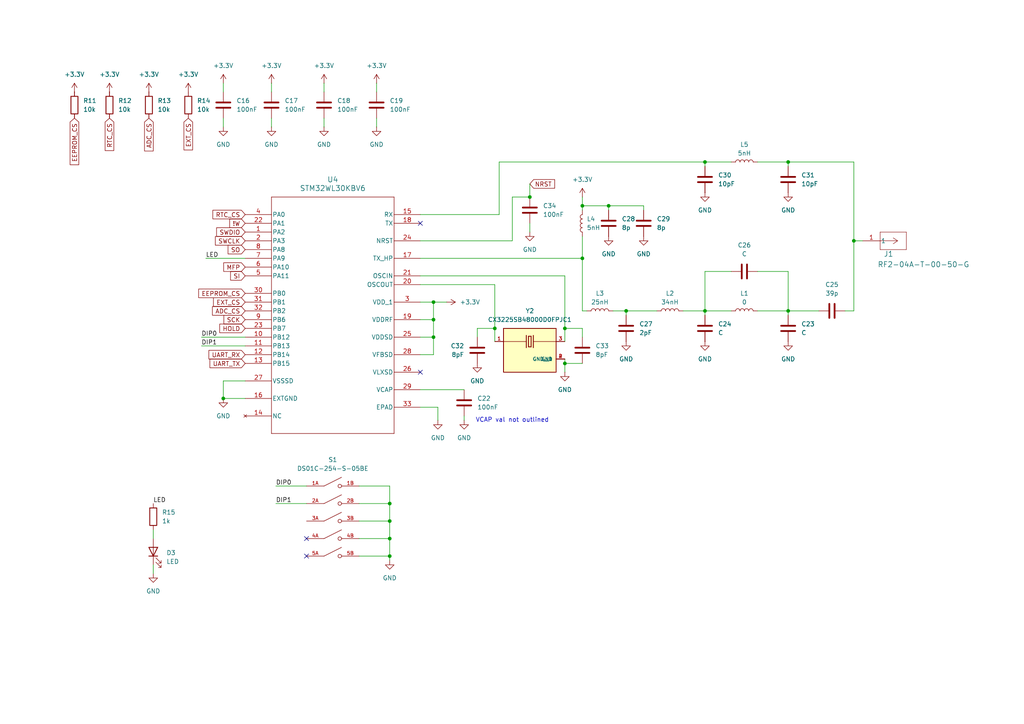
<source format=kicad_sch>
(kicad_sch (version 20250114) (generator "eeschema") (generator_version "9.0")
  (paper "A4")
  (lib_symbols
    (symbol "CX3225SB48000D0FPJC1:CX3225SB48000D0FPJC1" (pin_names (offset 1.016))
      (property "Reference" "Y" (at -7.6372 7.6315 0))
      (property "Value" "CX3225SB48000D0FPJC1" (at -7.6305 -8.8987 0))
      (symbol "CX3225SB48000D0FPJC1_0_0"
        (rectangle (start -7.62 -6.35) (end 7.62 6.35) (stroke (width 0.254)) (fill (type background)))
        (polyline (pts (xy -1.016 4.318) (xy -1.016 0.762)) (stroke (width 0.254)))
        (polyline (pts (xy -1.016 2.54) (xy -7.62 2.54)) (stroke (width 0.1524)))
        (polyline (pts (xy -0.381 4.064) (xy -0.381 1.016)) (stroke (width 0.254)))
        (polyline (pts (xy -0.381 1.016) (xy 0.381 1.016)) (stroke (width 0.254)))
        (polyline (pts (xy 0.381 4.064) (xy -0.381 4.064)) (stroke (width 0.254)))
        (polyline (pts (xy 0.381 1.016) (xy 0.381 4.064)) (stroke (width 0.254)))
        (polyline (pts (xy 1.016 4.318) (xy 1.016 0.762)) (stroke (width 0.254)))
        (polyline (pts (xy 1.016 2.54) (xy 7.62 2.54)) (stroke (width 0.1524)))
        (pin passive line (at -10.16 2.54 0) (length 2.54) (name "~") (number "1"))
        (pin passive line (at 10.16 2.54 180) (length 2.54) (name "~") (number "3"))
        (pin power_in line (at 10.16 -2.54 180) (length 2.54) (name "GND") (number "2"))
        (pin power_in line (at 10.16 -2.54 180) (length 2.54) (name "GND__1") (number "4"))
      )
    )
    (symbol "DS01C-254-S-05BE:DS01C-254-S-05BE" (pin_names (offset 1.016))
      (property "Reference" "S" (at -5.08 15.24 0))
      (property "Value" "DS01C-254-S-05BE" (at -5.08 -15.24 0))
      (symbol "DS01C-254-S-05BE_0_0"
        (polyline (pts (xy -2.54 10.16) (xy 2.54 12.7)) (stroke (width 0.1524)))
        (polyline (pts (xy -2.54 5.08) (xy 2.54 7.62)) (stroke (width 0.1524)))
        (polyline (pts (xy -2.54 0) (xy 2.54 2.54)) (stroke (width 0.1524)))
        (polyline (pts (xy -2.54 -5.08) (xy 2.54 -2.54)) (stroke (width 0.1524)))
        (polyline (pts (xy -2.54 -10.16) (xy 2.54 -7.62)) (stroke (width 0.1524)))
        (circle (center 2.032 10.16) (radius 0.508) (stroke (width 0.1524)))
        (circle (center 2.032 5.08) (radius 0.508) (stroke (width 0.1524)))
        (circle (center 2.032 0) (radius 0.508) (stroke (width 0.1524)))
        (circle (center 2.032 -5.08) (radius 0.508) (stroke (width 0.1524)))
        (circle (center 2.032 -10.16) (radius 0.508) (stroke (width 0.1524)))
        (pin passive line (at -7.62 10.16 0) (length 5.08) (name "~") (number "1A"))
        (pin passive line (at -7.62 5.08 0) (length 5.08) (name "~") (number "2A"))
        (pin passive line (at -7.62 0 0) (length 5.08) (name "~") (number "3A"))
        (pin passive line (at -7.62 -5.08 0) (length 5.08) (name "~") (number "4A"))
        (pin passive line (at -7.62 -10.16 0) (length 5.08) (name "~") (number "5A"))
        (pin passive line (at 7.62 10.16 180) (length 5.08) (name "~") (number "1B"))
        (pin passive line (at 7.62 5.08 180) (length 5.08) (name "~") (number "2B"))
        (pin passive line (at 7.62 0 180) (length 5.08) (name "~") (number "3B"))
        (pin passive line (at 7.62 -5.08 180) (length 5.08) (name "~") (number "4B"))
        (pin passive line (at 7.62 -10.16 180) (length 5.08) (name "~") (number "5B"))
      )
    )
    (symbol "Device:C" (pin_numbers (hide yes)) (pin_names (offset 0.254))
      (property "Reference" "C" (at 0.635 2.54 0))
      (property "Value" "C" (at 0.635 -2.54 0))
      (symbol "C_0_1"
        (polyline (pts (xy -2.032 0.762) (xy 2.032 0.762)) (stroke (width 0.508)))
        (polyline (pts (xy -2.032 -0.762) (xy 2.032 -0.762)) (stroke (width 0.508)))
      )
      (symbol "C_1_1"
        (pin passive line (at 0 3.81 270) (length 2.794) (name "~") (number "1"))
        (pin passive line (at 0 -3.81 90) (length 2.794) (name "~") (number "2"))
      )
    )
    (symbol "Device:L" (pin_numbers (hide yes)) (pin_names (offset 1.016) (hide yes))
      (property "Reference" "L" (at -1.27 0 90))
      (property "Value" "L" (at 1.905 0 90))
      (symbol "L_0_1"
        (arc (start 0 2.54) (mid 0.6323 1.905) (end 0 1.27))
        (arc (start 0 1.27) (mid 0.6323 0.635) (end 0 0))
        (arc (start 0 0) (mid 0.6323 -0.635) (end 0 -1.27))
        (arc (start 0 -1.27) (mid 0.6323 -1.905) (end 0 -2.54))
      )
      (symbol "L_1_1"
        (pin passive line (at 0 3.81 270) (length 1.27) (name "1") (number "1"))
        (pin passive line (at 0 -3.81 90) (length 1.27) (name "2") (number "2"))
      )
    )
    (symbol "Device:LED" (pin_numbers (hide yes)) (pin_names (offset 1.016) (hide yes))
      (property "Reference" "D" (at 0 2.54 0))
      (property "Value" "LED" (at 0 -2.54 0))
      (symbol "LED_0_1"
        (polyline (pts (xy -3.048 -0.762) (xy -4.572 -2.286) (xy -3.81 -2.286) (xy -4.572 -2.286) (xy -4.572 -1.524)))
        (polyline (pts (xy -1.778 -0.762) (xy -3.302 -2.286) (xy -2.54 -2.286) (xy -3.302 -2.286) (xy -3.302 -1.524)))
        (polyline (pts (xy -1.27 0) (xy 1.27 0)))
        (polyline (pts (xy -1.27 -1.27) (xy -1.27 1.27)) (stroke (width 0.254)))
        (polyline (pts (xy 1.27 -1.27) (xy 1.27 1.27) (xy -1.27 0) (xy 1.27 -1.27)) (stroke (width 0.254)))
      )
      (symbol "LED_1_1"
        (pin passive line (at -3.81 0 0) (length 2.54) (name "K") (number "1"))
        (pin passive line (at 3.81 0 180) (length 2.54) (name "A") (number "2"))
      )
    )
    (symbol "Device:R" (pin_numbers (hide yes)) (pin_names (offset 0))
      (property "Reference" "R" (at 2.032 0 90))
      (property "Value" "R" (at 0 0 90))
      (symbol "R_0_1"
        (rectangle (start -1.016 -2.54) (end 1.016 2.54) (stroke (width 0.254)))
      )
      (symbol "R_1_1"
        (pin passive line (at 0 3.81 270) (length 1.27) (name "~") (number "1"))
        (pin passive line (at 0 -3.81 90) (length 1.27) (name "~") (number "2"))
      )
    )
    (symbol "RF2_04A_T_00_50_G:RF2-04A-T-00-50-G" (pin_names (offset 0.254))
      (property "Reference" "J" (at 8.89 6.35 0))
      (property "Value" "RF2-04A-T-00-50-G" (at 0 0 0))
      (symbol "RF2-04A-T-00-50-G_1_1"
        (polyline (pts (xy 5.08 2.54) (xy 5.08 -2.54)) (stroke (width 0.127)))
        (polyline (pts (xy 5.08 -2.54) (xy 12.7 -2.54)) (stroke (width 0.127)))
        (polyline (pts (xy 10.16 0) (xy 5.08 0)) (stroke (width 0.127)))
        (polyline (pts (xy 10.16 0) (xy 8.89 0.8467)) (stroke (width 0.127)))
        (polyline (pts (xy 10.16 0) (xy 8.89 -0.8467)) (stroke (width 0.127)))
        (polyline (pts (xy 12.7 2.54) (xy 5.08 2.54)) (stroke (width 0.127)))
        (polyline (pts (xy 12.7 -2.54) (xy 12.7 2.54)) (stroke (width 0.127)))
        (pin unspecified line (at 0 0 0) (length 5.08) (name "1") (number "1"))
      )
      (symbol "RF2-04A-T-00-50-G_1_2"
        (polyline (pts (xy 5.08 2.54) (xy 5.08 -2.54)) (stroke (width 0.127)))
        (polyline (pts (xy 5.08 -2.54) (xy 12.7 -2.54)) (stroke (width 0.127)))
        (polyline (pts (xy 7.62 0) (xy 5.08 0)) (stroke (width 0.127)))
        (polyline (pts (xy 7.62 0) (xy 8.89 0.8467)) (stroke (width 0.127)))
        (polyline (pts (xy 7.62 0) (xy 8.89 -0.8467)) (stroke (width 0.127)))
        (polyline (pts (xy 12.7 2.54) (xy 5.08 2.54)) (stroke (width 0.127)))
        (polyline (pts (xy 12.7 -2.54) (xy 12.7 2.54)) (stroke (width 0.127)))
        (pin unspecified line (at 0 0 0) (length 5.08) (name "1") (number "1"))
      )
    )
    (symbol "STM32WL30KBV6:STM32WL30KBV6" (pin_names (offset 0.254))
      (property "Reference" "U" (at 25.4 10.16 0))
      (property "Value" "STM32WL30KBV6" (at 25.4 7.62 0))
      (symbol "STM32WL30KBV6_0_1"
        (polyline (pts (xy 7.62 5.08) (xy 7.62 -63.5)))
        (polyline (pts (xy 7.62 -63.5) (xy 43.18 -63.5)))
        (polyline (pts (xy 43.18 5.08) (xy 7.62 5.08)))
        (polyline (pts (xy 43.18 -63.5) (xy 43.18 5.08)))
        (pin bidirectional line (at 0 0 0) (length 7.62) (name "PA0") (number "4"))
        (pin bidirectional line (at 0 -2.54 0) (length 7.62) (name "PA1") (number "22"))
        (pin bidirectional line (at 0 -5.08 0) (length 7.62) (name "PA2") (number "1"))
        (pin bidirectional line (at 0 -7.62 0) (length 7.62) (name "PA3") (number "2"))
        (pin bidirectional line (at 0 -10.16 0) (length 7.62) (name "PA8") (number "8"))
        (pin bidirectional line (at 0 -12.7 0) (length 7.62) (name "PA9") (number "7"))
        (pin bidirectional line (at 0 -15.24 0) (length 7.62) (name "PA10") (number "6"))
        (pin bidirectional line (at 0 -17.78 0) (length 7.62) (name "PA11") (number "5"))
        (pin bidirectional line (at 0 -22.86 0) (length 7.62) (name "PB0") (number "30"))
        (pin bidirectional line (at 0 -25.4 0) (length 7.62) (name "PB1") (number "31"))
        (pin bidirectional line (at 0 -27.94 0) (length 7.62) (name "PB2") (number "32"))
        (pin bidirectional line (at 0 -30.48 0) (length 7.62) (name "PB6") (number "9"))
        (pin bidirectional line (at 0 -33.02 0) (length 7.62) (name "PB7") (number "23"))
        (pin bidirectional line (at 0 -35.56 0) (length 7.62) (name "PB12") (number "10"))
        (pin bidirectional line (at 0 -38.1 0) (length 7.62) (name "PB13") (number "11"))
        (pin bidirectional line (at 0 -40.64 0) (length 7.62) (name "PB14") (number "12"))
        (pin bidirectional line (at 0 -43.18 0) (length 7.62) (name "PB15") (number "13"))
        (pin power_in line (at 0 -48.26 0) (length 7.62) (name "VSSSD") (number "27"))
        (pin power_in line (at 0 -53.34 0) (length 7.62) (name "EXTGND") (number "16"))
        (pin no_connect line (at 0 -58.42 0) (length 7.62) (name "NC") (number "14"))
        (pin unspecified line (at 50.8 0 180) (length 7.62) (name "RX") (number "15"))
        (pin unspecified line (at 50.8 -2.54 180) (length 7.62) (name "TX") (number "18"))
        (pin bidirectional line (at 50.8 -7.62 180) (length 7.62) (name "NRST") (number "24"))
        (pin unspecified line (at 50.8 -12.7 180) (length 7.62) (name "TX_HP") (number "17"))
        (pin input line (at 50.8 -17.78 180) (length 7.62) (name "OSCIN") (number "21"))
        (pin output line (at 50.8 -20.32 180) (length 7.62) (name "OSCOUT") (number "20"))
        (pin power_in line (at 50.8 -25.4 180) (length 7.62) (name "VDD_1") (number "3"))
        (pin power_in line (at 50.8 -30.48 180) (length 7.62) (name "VDDRF") (number "19"))
        (pin power_in line (at 50.8 -35.56 180) (length 7.62) (name "VDDSD") (number "25"))
        (pin power_in line (at 50.8 -40.64 180) (length 7.62) (name "VFBSD") (number "28"))
        (pin power_in line (at 50.8 -45.72 180) (length 7.62) (name "VLXSD") (number "26"))
        (pin power_in line (at 50.8 -50.8 180) (length 7.62) (name "VCAP") (number "29"))
        (pin unspecified line (at 50.8 -55.88 180) (length 7.62) (name "EPAD") (number "33"))
      )
    )
    (symbol "power:+3.3V" (power) (pin_numbers (hide yes)) (pin_names (offset 0) (hide yes))
      (property "Value" "+3.3V" (at 0 3.556 0))
      (symbol "+3.3V_0_1"
        (polyline (pts (xy -0.762 1.27) (xy 0 2.54)))
        (polyline (pts (xy 0 2.54) (xy 0.762 1.27)))
        (polyline (pts (xy 0 0) (xy 0 2.54)))
      )
      (symbol "+3.3V_1_1"
        (pin power_in line (at 0 0 90) (length 0) (name "~") (number "1"))
      )
    )
    (symbol "power:GND" (power) (pin_numbers (hide yes)) (pin_names (offset 0) (hide yes))
      (property "Value" "GND" (at 0 -3.81 0))
      (symbol "GND_0_1"
        (polyline (pts (xy 0 0) (xy 0 -1.27) (xy 1.27 -1.27) (xy 0 -2.54) (xy -1.27 -1.27) (xy 0 -1.27)))
      )
      (symbol "GND_1_1"
        (pin power_in line (at 0 0 270) (length 0) (name "~") (number "1"))
      )
    )
  )
  (text "VCAP val not outlined" (at 148.59 121.92 0) (effects (font (size 1.27 1.27))))
  (junction (at 247.65 69.85))
  (junction (at 168.91 59.69))
  (junction (at 113.03 156.21))
  (junction (at 153.67 57.15))
  (junction (at 163.83 105.41))
  (junction (at 125.73 92.71))
  (junction (at 228.6 90.17))
  (junction (at 181.61 90.17))
  (junction (at 113.03 151.13))
  (junction (at 125.73 87.63))
  (junction (at 113.03 146.05))
  (junction (at 64.77 115.57))
  (junction (at 143.51 95.25))
  (junction (at 168.91 74.93))
  (junction (at 228.6 46.99))
  (junction (at 113.03 161.29))
  (junction (at 163.83 95.25))
  (junction (at 204.47 90.17))
  (junction (at 176.53 59.69))
  (junction (at 125.73 97.79))
  (junction (at 204.47 46.99))
  (no_connect (at 88.9 156.21))
  (no_connect (at 121.92 107.95))
  (no_connect (at 121.92 64.77))
  (no_connect (at 88.9 161.29))
  (wire (pts (xy 109.22 24.13) (xy 109.22 26.67)))
  (wire (pts (xy 204.47 90.17) (xy 212.09 90.17)))
  (wire (pts (xy 121.92 118.11) (xy 127 118.11)))
  (wire (pts (xy 168.91 90.17) (xy 170.18 90.17)))
  (wire (pts (xy 125.73 102.87) (xy 121.92 102.87)))
  (wire (pts (xy 153.67 64.77) (xy 153.67 67.31)))
  (wire (pts (xy 58.42 97.79) (xy 71.12 97.79)))
  (wire (pts (xy 176.53 60.96) (xy 176.53 59.69)))
  (wire (pts (xy 153.67 53.34) (xy 153.67 57.15)))
  (wire (pts (xy 138.43 97.79) (xy 138.43 95.25)))
  (wire (pts (xy 104.14 151.13) (xy 113.03 151.13)))
  (wire (pts (xy 204.47 90.17) (xy 204.47 91.44)))
  (wire (pts (xy 168.91 90.17) (xy 168.91 74.93)))
  (wire (pts (xy 247.65 69.85) (xy 247.65 46.99)))
  (wire (pts (xy 44.45 153.67) (xy 44.45 156.21)))
  (wire (pts (xy 93.98 34.29) (xy 93.98 36.83)))
  (wire (pts (xy 121.92 113.03) (xy 134.62 113.03)))
  (wire (pts (xy 163.83 80.01) (xy 163.83 95.25)))
  (wire (pts (xy 143.51 95.25) (xy 143.51 82.55)))
  (wire (pts (xy 138.43 95.25) (xy 143.51 95.25)))
  (wire (pts (xy 148.59 57.15) (xy 148.59 69.85)))
  (wire (pts (xy 143.51 99.06) (xy 143.51 95.25)))
  (wire (pts (xy 127 118.11) (xy 127 121.92)))
  (wire (pts (xy 228.6 90.17) (xy 237.49 90.17)))
  (wire (pts (xy 148.59 57.15) (xy 153.67 57.15)))
  (wire (pts (xy 93.98 24.13) (xy 93.98 26.67)))
  (wire (pts (xy 64.77 24.13) (xy 64.77 26.67)))
  (wire (pts (xy 134.62 120.65) (xy 134.62 121.92)))
  (wire (pts (xy 78.74 24.13) (xy 78.74 26.67)))
  (wire (pts (xy 247.65 90.17) (xy 247.65 69.85)))
  (wire (pts (xy 148.59 69.85) (xy 121.92 69.85)))
  (wire (pts (xy 168.91 57.15) (xy 168.91 59.69)))
  (wire (pts (xy 64.77 34.29) (xy 64.77 36.83)))
  (wire (pts (xy 168.91 97.79) (xy 168.91 95.25)))
  (wire (pts (xy 113.03 146.05) (xy 113.03 151.13)))
  (wire (pts (xy 113.03 156.21) (xy 104.14 156.21)))
  (wire (pts (xy 59.69 74.93) (xy 71.12 74.93)))
  (wire (pts (xy 109.22 34.29) (xy 109.22 36.83)))
  (wire (pts (xy 190.5 90.17) (xy 181.61 90.17)))
  (wire (pts (xy 113.03 161.29) (xy 113.03 162.56)))
  (wire (pts (xy 113.03 140.97) (xy 113.03 146.05)))
  (wire (pts (xy 125.73 97.79) (xy 125.73 102.87)))
  (wire (pts (xy 212.09 78.74) (xy 204.47 78.74)))
  (wire (pts (xy 125.73 97.79) (xy 121.92 97.79)))
  (wire (pts (xy 228.6 46.99) (xy 228.6 48.26)))
  (wire (pts (xy 247.65 69.85) (xy 250.19 69.85)))
  (wire (pts (xy 204.47 46.99) (xy 212.09 46.99)))
  (wire (pts (xy 168.91 59.69) (xy 176.53 59.69)))
  (wire (pts (xy 71.12 110.49) (xy 64.77 110.49)))
  (wire (pts (xy 168.91 74.93) (xy 121.92 74.93)))
  (wire (pts (xy 104.14 140.97) (xy 113.03 140.97)))
  (wire (pts (xy 163.83 105.41) (xy 163.83 104.14)))
  (wire (pts (xy 144.78 62.23) (xy 144.78 46.99)))
  (wire (pts (xy 121.92 87.63) (xy 125.73 87.63)))
  (wire (pts (xy 64.77 115.57) (xy 71.12 115.57)))
  (wire (pts (xy 163.83 80.01) (xy 121.92 80.01)))
  (wire (pts (xy 121.92 62.23) (xy 144.78 62.23)))
  (wire (pts (xy 204.47 78.74) (xy 204.47 90.17)))
  (wire (pts (xy 228.6 78.74) (xy 228.6 90.17)))
  (wire (pts (xy 168.91 68.58) (xy 168.91 74.93)))
  (wire (pts (xy 44.45 166.37) (xy 44.45 163.83)))
  (wire (pts (xy 198.12 90.17) (xy 204.47 90.17)))
  (wire (pts (xy 58.42 100.33) (xy 71.12 100.33)))
  (wire (pts (xy 144.78 46.99) (xy 204.47 46.99)))
  (wire (pts (xy 168.91 95.25) (xy 163.83 95.25)))
  (wire (pts (xy 163.83 107.95) (xy 163.83 105.41)))
  (wire (pts (xy 113.03 161.29) (xy 113.03 156.21)))
  (wire (pts (xy 186.69 59.69) (xy 176.53 59.69)))
  (wire (pts (xy 125.73 92.71) (xy 125.73 97.79)))
  (wire (pts (xy 125.73 87.63) (xy 129.54 87.63)))
  (wire (pts (xy 219.71 90.17) (xy 228.6 90.17)))
  (wire (pts (xy 113.03 151.13) (xy 113.03 156.21)))
  (wire (pts (xy 219.71 46.99) (xy 228.6 46.99)))
  (wire (pts (xy 186.69 60.96) (xy 186.69 59.69)))
  (wire (pts (xy 247.65 46.99) (xy 228.6 46.99)))
  (wire (pts (xy 143.51 82.55) (xy 121.92 82.55)))
  (wire (pts (xy 121.92 92.71) (xy 125.73 92.71)))
  (wire (pts (xy 80.01 146.05) (xy 88.9 146.05)))
  (wire (pts (xy 64.77 110.49) (xy 64.77 115.57)))
  (wire (pts (xy 80.01 140.97) (xy 88.9 140.97)))
  (wire (pts (xy 204.47 46.99) (xy 204.47 48.26)))
  (wire (pts (xy 177.8 90.17) (xy 181.61 90.17)))
  (wire (pts (xy 245.11 90.17) (xy 247.65 90.17)))
  (wire (pts (xy 125.73 92.71) (xy 125.73 87.63)))
  (wire (pts (xy 181.61 90.17) (xy 181.61 91.44)))
  (wire (pts (xy 219.71 78.74) (xy 228.6 78.74)))
  (wire (pts (xy 168.91 59.69) (xy 168.91 60.96)))
  (wire (pts (xy 104.14 146.05) (xy 113.03 146.05)))
  (wire (pts (xy 104.14 161.29) (xy 113.03 161.29)))
  (wire (pts (xy 163.83 99.06) (xy 163.83 95.25)))
  (wire (pts (xy 78.74 34.29) (xy 78.74 36.83)))
  (wire (pts (xy 228.6 90.17) (xy 228.6 91.44)))
  (wire (pts (xy 163.83 105.41) (xy 168.91 105.41)))
  (label "LED" (at 59.69 74.93 0))
  (label "DIP1" (at 80.01 146.05 0))
  (label "DIP0" (at 58.42 97.79 0))
  (label "DIP0" (at 80.01 140.97 0))
  (label "DIP1" (at 58.42 100.33 0))
  (label "LED" (at 44.45 146.05 0))
  (global_label "SO" (shape input) (at 71.12 72.39 180) (property "Intersheetrefs" "${INTERSHEET_REFS}" (effects (hide yes))))
  (global_label "EEPROM_CS" (shape input) (at 21.59 34.29 270) (property "Intersheetrefs" "${INTERSHEET_REFS}" (effects (hide yes))))
  (global_label "UART_RX" (shape input) (at 71.12 102.87 180) (property "Intersheetrefs" "${INTERSHEET_REFS}" (effects (hide yes))))
  (global_label "SWCLK" (shape input) (at 71.12 69.85 180) (property "Intersheetrefs" "${INTERSHEET_REFS}" (effects (hide yes))))
  (global_label "ADC_CS" (shape input) (at 43.18 34.29 270) (property "Intersheetrefs" "${INTERSHEET_REFS}" (effects (hide yes))))
  (global_label "EXT_CS" (shape input) (at 54.61 34.29 270) (property "Intersheetrefs" "${INTERSHEET_REFS}" (effects (hide yes))))
  (global_label "HOLD" (shape input) (at 71.12 95.25 180) (property "Intersheetrefs" "${INTERSHEET_REFS}" (effects (hide yes))))
  (global_label "MFP" (shape input) (at 71.12 77.47 180) (property "Intersheetrefs" "${INTERSHEET_REFS}" (effects (hide yes))))
  (global_label "RTC_CS" (shape input) (at 31.75 34.29 270) (property "Intersheetrefs" "${INTERSHEET_REFS}" (effects (hide yes))))
  (global_label "SI" (shape input) (at 71.12 80.01 180) (property "Intersheetrefs" "${INTERSHEET_REFS}" (effects (hide yes))))
  (global_label "SWDIO" (shape input) (at 71.12 67.31 180) (property "Intersheetrefs" "${INTERSHEET_REFS}" (effects (hide yes))))
  (global_label "UART_TX" (shape input) (at 71.12 105.41 180) (property "Intersheetrefs" "${INTERSHEET_REFS}" (effects (hide yes))))
  (global_label "EEPROM_CS" (shape input) (at 71.12 85.09 180) (property "Intersheetrefs" "${INTERSHEET_REFS}" (effects (hide yes))))
  (global_label "ADC_CS" (shape input) (at 71.12 90.17 180) (property "Intersheetrefs" "${INTERSHEET_REFS}" (effects (hide yes))))
  (global_label "!W" (shape input) (at 71.12 64.77 180) (property "Intersheetrefs" "${INTERSHEET_REFS}" (effects (hide yes))))
  (global_label "RTC_CS" (shape input) (at 71.12 62.23 180) (property "Intersheetrefs" "${INTERSHEET_REFS}" (effects (hide yes))))
  (global_label "EXT_CS" (shape input) (at 71.12 87.63 180) (property "Intersheetrefs" "${INTERSHEET_REFS}" (effects (hide yes))))
  (global_label "SCK" (shape input) (at 71.12 92.71 180) (property "Intersheetrefs" "${INTERSHEET_REFS}" (effects (hide yes))))
  (global_label "NRST" (shape input) (at 153.67 53.34 0) (property "Intersheetrefs" "${INTERSHEET_REFS}" (effects (hide yes))))
  (symbol (lib_id "Device:R") (at 54.61 30.48 0) (unit 1)
    (property "Reference" "R14" (at 57.15 29.2099 0) (effects (justify left)))
    (property "Value" "10k" (at 57.15 31.7499 0) (effects (justify left)))
    (property "Footprint" "Resistor_SMD:R_0603_1608Metric_Pad0.98x0.95mm_HandSolder" (effects (hide yes)))
    (property "Description" "Resistor" (effects (hide yes)))
  )
  (symbol (lib_id "Device:C") (at 215.9 78.74 90) (unit 1)
    (property "Reference" "C26" (at 215.9 71.12 90))
    (property "Value" "C" (at 215.9 73.66 90))
    (property "Footprint" "Capacitor_SMD:C_0603_1608Metric_Pad1.08x0.95mm_HandSolder" (effects (hide yes)))
    (property "Description" "Unpolarized capacitor" (effects (hide yes)))
  )
  (symbol (lib_id "power:+3.3V") (at 21.59 26.67 0) (unit 1)
    (property "Reference" "#PWR061" (effects (hide yes)))
    (property "Value" "+3.3V" (at 21.59 21.59 0))
    (property "Description" "Power symbol creates a global label with name \"+3.3V\"" (effects (hide yes)))
  )
  (symbol (lib_id "Device:C") (at 204.47 52.07 0) (unit 1)
    (property "Reference" "C30" (at 208.28 50.7999 0) (effects (justify left)))
    (property "Value" "10pF" (at 208.28 53.3399 0) (effects (justify left)))
    (property "Footprint" "Capacitor_SMD:C_0603_1608Metric_Pad1.08x0.95mm_HandSolder" (effects (hide yes)))
    (property "Description" "Unpolarized capacitor" (effects (hide yes)))
  )
  (symbol (lib_id "power:GND") (at 93.98 36.83 0) (unit 1)
    (property "Reference" "#PWR040" (effects (hide yes)))
    (property "Value" "GND" (at 93.98 41.91 0))
    (property "Description" "Power symbol creates a global label with name \"GND\" , ground" (effects (hide yes)))
  )
  (symbol (lib_id "power:+3.3V") (at 93.98 24.13 0) (unit 1)
    (property "Reference" "#PWR039" (effects (hide yes)))
    (property "Value" "+3.3V" (at 93.98 19.05 0))
    (property "Description" "Power symbol creates a global label with name \"+3.3V\"" (effects (hide yes)))
  )
  (symbol (lib_id "power:GND") (at 153.67 67.31 0) (unit 1)
    (property "Reference" "#PWR082" (effects (hide yes)))
    (property "Value" "GND" (at 153.67 72.39 0))
    (property "Description" "Power symbol creates a global label with name \"GND\" , ground" (effects (hide yes)))
  )
  (symbol (lib_id "Device:R") (at 21.59 30.48 0) (unit 1)
    (property "Reference" "R11" (at 24.13 29.2099 0) (effects (justify left)))
    (property "Value" "10k" (at 24.13 31.7499 0) (effects (justify left)))
    (property "Footprint" "Resistor_SMD:R_0603_1608Metric_Pad0.98x0.95mm_HandSolder" (effects (hide yes)))
    (property "Description" "Resistor" (effects (hide yes)))
  )
  (symbol (lib_id "Device:C") (at 134.62 116.84 0) (unit 1)
    (property "Reference" "C22" (at 138.43 115.5699 0) (effects (justify left)))
    (property "Value" "100nF" (at 138.43 118.1099 0) (effects (justify left)))
    (property "Footprint" "Capacitor_SMD:C_0603_1608Metric_Pad1.08x0.95mm_HandSolder" (effects (hide yes)))
    (property "Description" "Unpolarized capacitor" (effects (hide yes)))
  )
  (symbol (lib_id "power:+3.3V") (at 64.77 24.13 0) (unit 1)
    (property "Reference" "#PWR035" (effects (hide yes)))
    (property "Value" "+3.3V" (at 64.77 19.05 0))
    (property "Description" "Power symbol creates a global label with name \"+3.3V\"" (effects (hide yes)))
  )
  (symbol (lib_id "Device:R") (at 43.18 30.48 0) (unit 1)
    (property "Reference" "R13" (at 45.72 29.2099 0) (effects (justify left)))
    (property "Value" "10k" (at 45.72 31.7499 0) (effects (justify left)))
    (property "Footprint" "Resistor_SMD:R_0603_1608Metric_Pad0.98x0.95mm_HandSolder" (effects (hide yes)))
    (property "Description" "Resistor" (effects (hide yes)))
  )
  (symbol (lib_id "CX3225SB48000D0FPJC1:CX3225SB48000D0FPJC1") (at 153.67 101.6 0) (unit 1)
    (property "Reference" "Y2" (at 153.67 90.17 0))
    (property "Value" "CX3225SB48000D0FPJC1" (at 153.67 92.71 0))
    (property "Footprint" "Footprints:OSCCC320X250X60N" (effects (hide yes)))
    (property "MF" "Kyocera International" (effects (hide yes)))
    (property "DESCRIPTION" "Crystal 25.0000mhz 8pf Smd" (effects (hide yes)))
    (property "PACKAGE" "SMD-4 AVX / Kyocera" (effects (hide yes)))
    (property "PRICE" "None" (effects (hide yes)))
    (property "STANDARD" "IPC-7351B" (effects (hide yes)))
    (property "PARTREV" "N/A" (effects (hide yes)))
    (property "MP" "CX3225SB25000D0FPLCC" (effects (hide yes)))
    (property "AVAILABILITY" "Unavailable" (effects (hide yes)))
  )
  (symbol (lib_id "Device:C") (at 109.22 30.48 0) (unit 1)
    (property "Reference" "C19" (at 113.03 29.2099 0) (effects (justify left)))
    (property "Value" "100nF" (at 113.03 31.7499 0) (effects (justify left)))
    (property "Footprint" "Capacitor_SMD:C_0603_1608Metric_Pad1.08x0.95mm_HandSolder" (effects (hide yes)))
    (property "Description" "Unpolarized capacitor" (effects (hide yes)))
  )
  (symbol (lib_id "power:+3.3V") (at 43.18 26.67 0) (unit 1)
    (property "Reference" "#PWR063" (effects (hide yes)))
    (property "Value" "+3.3V" (at 43.18 21.59 0))
    (property "Description" "Power symbol creates a global label with name \"+3.3V\"" (effects (hide yes)))
  )
  (symbol (lib_id "power:GND") (at 64.77 36.83 0) (unit 1)
    (property "Reference" "#PWR036" (effects (hide yes)))
    (property "Value" "GND" (at 64.77 41.91 0))
    (property "Description" "Power symbol creates a global label with name \"GND\" , ground" (effects (hide yes)))
  )
  (symbol (lib_id "Device:L") (at 173.99 90.17 90) (unit 1)
    (property "Reference" "L3" (at 173.99 85.09 90))
    (property "Value" "25nH" (at 173.99 87.63 90))
    (property "Footprint" "Inductor_SMD:L_0603_1608Metric_Pad1.05x0.95mm_HandSolder" (effects (hide yes)))
    (property "Description" "Inductor" (effects (hide yes)))
  )
  (symbol (lib_id "Device:C") (at 93.98 30.48 0) (unit 1)
    (property "Reference" "C18" (at 97.79 29.2099 0) (effects (justify left)))
    (property "Value" "100nF" (at 97.79 31.7499 0) (effects (justify left)))
    (property "Footprint" "Capacitor_SMD:C_0603_1608Metric_Pad1.08x0.95mm_HandSolder" (effects (hide yes)))
    (property "Description" "Unpolarized capacitor" (effects (hide yes)))
  )
  (symbol (lib_id "power:GND") (at 204.47 99.06 0) (unit 1)
    (property "Reference" "#PWR051" (effects (hide yes)))
    (property "Value" "GND" (at 204.47 104.14 0))
    (property "Description" "Power symbol creates a global label with name \"GND\" , ground" (effects (hide yes)))
  )
  (symbol (lib_id "power:GND") (at 163.83 107.95 0) (unit 1)
    (property "Reference" "#PWR059" (effects (hide yes)))
    (property "Value" "GND" (at 163.83 113.03 0))
    (property "Description" "Power symbol creates a global label with name \"GND\" , ground" (effects (hide yes)))
  )
  (symbol (lib_id "Device:R") (at 31.75 30.48 0) (unit 1)
    (property "Reference" "R12" (at 34.29 29.2099 0) (effects (justify left)))
    (property "Value" "10k" (at 34.29 31.7499 0) (effects (justify left)))
    (property "Footprint" "Resistor_SMD:R_0603_1608Metric_Pad0.98x0.95mm_HandSolder" (effects (hide yes)))
    (property "Description" "Resistor" (effects (hide yes)))
  )
  (symbol (lib_id "Device:C") (at 204.47 95.25 0) (unit 1)
    (property "Reference" "C24" (at 208.28 93.9799 0) (effects (justify left)))
    (property "Value" "C" (at 208.28 96.5199 0) (effects (justify left)))
    (property "Footprint" "Capacitor_SMD:C_0603_1608Metric_Pad1.08x0.95mm_HandSolder" (effects (hide yes)))
    (property "Description" "Unpolarized capacitor" (effects (hide yes)))
  )
  (symbol (lib_id "power:GND") (at 181.61 99.06 0) (unit 1)
    (property "Reference" "#PWR050" (effects (hide yes)))
    (property "Value" "GND" (at 181.61 104.14 0))
    (property "Description" "Power symbol creates a global label with name \"GND\" , ground" (effects (hide yes)))
  )
  (symbol (lib_id "power:GND") (at 186.69 68.58 0) (unit 1)
    (property "Reference" "#PWR053" (effects (hide yes)))
    (property "Value" "GND" (at 186.69 73.66 0))
    (property "Description" "Power symbol creates a global label with name \"GND\" , ground" (effects (hide yes)))
  )
  (symbol (lib_id "power:GND") (at 228.6 55.88 0) (unit 1)
    (property "Reference" "#PWR057" (effects (hide yes)))
    (property "Value" "GND" (at 228.6 60.96 0))
    (property "Description" "Power symbol creates a global label with name \"GND\" , ground" (effects (hide yes)))
  )
  (symbol (lib_id "Device:L") (at 194.31 90.17 90) (unit 1)
    (property "Reference" "L2" (at 194.31 85.09 90))
    (property "Value" "34nH" (at 194.31 87.63 90))
    (property "Footprint" "Inductor_SMD:L_0603_1608Metric_Pad1.05x0.95mm_HandSolder" (effects (hide yes)))
    (property "Description" "Inductor" (effects (hide yes)))
  )
  (symbol (lib_id "Device:C") (at 186.69 64.77 0) (unit 1)
    (property "Reference" "C29" (at 190.5 63.4999 0) (effects (justify left)))
    (property "Value" "8p" (at 190.5 66.0399 0) (effects (justify left)))
    (property "Footprint" "Capacitor_SMD:C_0603_1608Metric_Pad1.08x0.95mm_HandSolder" (effects (hide yes)))
    (property "Description" "Unpolarized capacitor" (effects (hide yes)))
  )
  (symbol (lib_id "power:+3.3V") (at 168.91 57.15 0) (unit 1)
    (property "Reference" "#PWR055" (effects (hide yes)))
    (property "Value" "+3.3V" (at 168.91 52.07 0))
    (property "Description" "Power symbol creates a global label with name \"+3.3V\"" (effects (hide yes)))
  )
  (symbol (lib_id "Device:C") (at 138.43 101.6 0) (mirror y) (unit 1)
    (property "Reference" "C32" (at 134.62 100.3299 0) (effects (justify left)))
    (property "Value" "8pF" (at 134.62 102.8699 0) (effects (justify left)))
    (property "Footprint" "Capacitor_SMD:C_0603_1608Metric_Pad1.08x0.95mm_HandSolder" (effects (hide yes)))
    (property "Description" "Unpolarized capacitor" (effects (hide yes)))
  )
  (symbol (lib_id "Device:R") (at 44.45 149.86 0) (unit 1)
    (property "Reference" "R15" (at 46.99 148.5899 0) (effects (justify left)))
    (property "Value" "1k" (at 46.99 151.1299 0) (effects (justify left)))
    (property "Footprint" "Resistor_SMD:R_0603_1608Metric_Pad0.98x0.95mm_HandSolder" (effects (hide yes)))
    (property "Description" "Resistor" (effects (hide yes)))
  )
  (symbol (lib_id "power:GND") (at 78.74 36.83 0) (unit 1)
    (property "Reference" "#PWR038" (effects (hide yes)))
    (property "Value" "GND" (at 78.74 41.91 0))
    (property "Description" "Power symbol creates a global label with name \"GND\" , ground" (effects (hide yes)))
  )
  (symbol (lib_id "power:GND") (at 44.45 166.37 0) (unit 1)
    (property "Reference" "#PWR083" (effects (hide yes)))
    (property "Value" "GND" (at 44.45 171.45 0))
    (property "Description" "Power symbol creates a global label with name \"GND\" , ground" (effects (hide yes)))
  )
  (symbol (lib_id "power:+3.3V") (at 54.61 26.67 0) (unit 1)
    (property "Reference" "#PWR064" (effects (hide yes)))
    (property "Value" "+3.3V" (at 54.61 21.59 0))
    (property "Description" "Power symbol creates a global label with name \"+3.3V\"" (effects (hide yes)))
  )
  (symbol (lib_id "power:GND") (at 138.43 105.41 0) (unit 1)
    (property "Reference" "#PWR060" (effects (hide yes)))
    (property "Value" "GND" (at 138.43 110.49 0))
    (property "Description" "Power symbol creates a global label with name \"GND\" , ground" (effects (hide yes)))
  )
  (symbol (lib_id "Device:C") (at 64.77 30.48 0) (unit 1)
    (property "Reference" "C16" (at 68.58 29.2099 0) (effects (justify left)))
    (property "Value" "100nF" (at 68.58 31.7499 0) (effects (justify left)))
    (property "Footprint" "Capacitor_SMD:C_0603_1608Metric_Pad1.08x0.95mm_HandSolder" (effects (hide yes)))
    (property "Description" "Unpolarized capacitor" (effects (hide yes)))
  )
  (symbol (lib_id "power:+3.3V") (at 78.74 24.13 0) (unit 1)
    (property "Reference" "#PWR037" (effects (hide yes)))
    (property "Value" "+3.3V" (at 78.74 19.05 0))
    (property "Description" "Power symbol creates a global label with name \"+3.3V\"" (effects (hide yes)))
  )
  (symbol (lib_id "STM32WL30KBV6:STM32WL30KBV6") (at 71.12 62.23 0) (unit 1)
    (property "Reference" "U4" (at 96.52 52.07 0) (effects (font (size 1.524 1.524))))
    (property "Value" "STM32WL30KBV6" (at 96.52 54.61 0) (effects (font (size 1.524 1.524))))
    (property "Footprint" "Footprints:STM32WL30KBV6-L" (effects (hide yes)))
    (property "Datasheet" "https://www.st.com/resource/en/datasheet/stm32wl30k8.pdf" (effects (hide yes)))
  )
  (symbol (lib_id "power:GND") (at 228.6 99.06 0) (unit 1)
    (property "Reference" "#PWR052" (effects (hide yes)))
    (property "Value" "GND" (at 228.6 104.14 0))
    (property "Description" "Power symbol creates a global label with name \"GND\" , ground" (effects (hide yes)))
  )
  (symbol (lib_id "RF2_04A_T_00_50_G:RF2-04A-T-00-50-G") (at 250.19 69.85 0) (unit 1)
    (property "Reference" "J1" (at 256.286 73.66 0) (effects (font (size 1.524 1.524)) (justify left)))
    (property "Value" "RF2-04A-T-00-50-G" (at 254.508 76.708 0) (effects (font (size 1.524 1.524)) (justify left)))
    (property "Footprint" "Footprints:CONN_RF2-04A-T-00-50-G_ADM" (effects (hide yes)))
    (property "Datasheet" "RF2-04A-T-00-50-G" (effects (hide yes)))
  )
  (symbol (lib_id "Device:C") (at 168.91 101.6 0) (unit 1)
    (property "Reference" "C33" (at 172.72 100.3299 0) (effects (justify left)))
    (property "Value" "8pF" (at 172.72 102.8699 0) (effects (justify left)))
    (property "Footprint" "Capacitor_SMD:C_0603_1608Metric_Pad1.08x0.95mm_HandSolder" (effects (hide yes)))
    (property "Description" "Unpolarized capacitor" (effects (hide yes)))
  )
  (symbol (lib_id "Device:L") (at 168.91 64.77 180) (unit 1)
    (property "Reference" "L4" (at 170.18 63.4999 0) (effects (justify right)))
    (property "Value" "5nH" (at 170.18 66.0399 0) (effects (justify right)))
    (property "Footprint" "Inductor_SMD:L_0603_1608Metric_Pad1.05x0.95mm_HandSolder" (effects (hide yes)))
    (property "Description" "Inductor" (effects (hide yes)))
  )
  (symbol (lib_id "Device:L") (at 215.9 46.99 90) (unit 1)
    (property "Reference" "L5" (at 215.9 41.91 90))
    (property "Value" "5nH" (at 215.9 44.45 90))
    (property "Footprint" "Inductor_SMD:L_0603_1608Metric_Pad1.05x0.95mm_HandSolder" (effects (hide yes)))
    (property "Description" "Inductor" (effects (hide yes)))
  )
  (symbol (lib_id "power:GND") (at 204.47 55.88 0) (unit 1)
    (property "Reference" "#PWR056" (effects (hide yes)))
    (property "Value" "GND" (at 204.47 60.96 0))
    (property "Description" "Power symbol creates a global label with name \"GND\" , ground" (effects (hide yes)))
  )
  (symbol (lib_id "power:GND") (at 64.77 115.57 0) (unit 1)
    (property "Reference" "#PWR049" (effects (hide yes)))
    (property "Value" "GND" (at 64.77 120.65 0))
    (property "Description" "Power symbol creates a global label with name \"GND\" , ground" (effects (hide yes)))
  )
  (symbol (lib_id "power:+3.3V") (at 129.54 87.63 270) (unit 1)
    (property "Reference" "#PWR058" (effects (hide yes)))
    (property "Value" "+3.3V" (at 133.35 87.6299 90) (effects (justify left)))
    (property "Description" "Power symbol creates a global label with name \"+3.3V\"" (effects (hide yes)))
  )
  (symbol (lib_id "power:+3.3V") (at 31.75 26.67 0) (unit 1)
    (property "Reference" "#PWR062" (effects (hide yes)))
    (property "Value" "+3.3V" (at 31.75 21.59 0))
    (property "Description" "Power symbol creates a global label with name \"+3.3V\"" (effects (hide yes)))
  )
  (symbol (lib_id "power:GND") (at 113.03 162.56 0) (unit 1)
    (property "Reference" "#PWR034" (effects (hide yes)))
    (property "Value" "GND" (at 113.03 167.64 0))
    (property "Description" "Power symbol creates a global label with name \"GND\" , ground" (effects (hide yes)))
  )
  (symbol (lib_id "Device:C") (at 228.6 95.25 0) (unit 1)
    (property "Reference" "C23" (at 232.41 93.9799 0) (effects (justify left)))
    (property "Value" "C" (at 232.41 96.5199 0) (effects (justify left)))
    (property "Footprint" "Capacitor_SMD:C_0603_1608Metric_Pad1.08x0.95mm_HandSolder" (effects (hide yes)))
    (property "Description" "Unpolarized capacitor" (effects (hide yes)))
  )
  (symbol (lib_id "Device:C") (at 228.6 52.07 0) (unit 1)
    (property "Reference" "C31" (at 232.41 50.7999 0) (effects (justify left)))
    (property "Value" "10pF" (at 232.41 53.3399 0) (effects (justify left)))
    (property "Footprint" "Capacitor_SMD:C_0603_1608Metric_Pad1.08x0.95mm_HandSolder" (effects (hide yes)))
    (property "Description" "Unpolarized capacitor" (effects (hide yes)))
  )
  (symbol (lib_id "power:GND") (at 176.53 68.58 0) (unit 1)
    (property "Reference" "#PWR054" (effects (hide yes)))
    (property "Value" "GND" (at 176.53 73.66 0))
    (property "Description" "Power symbol creates a global label with name \"GND\" , ground" (effects (hide yes)))
  )
  (symbol (lib_id "power:GND") (at 134.62 121.92 0) (unit 1)
    (property "Reference" "#PWR048" (effects (hide yes)))
    (property "Value" "GND" (at 134.62 127 0))
    (property "Description" "Power symbol creates a global label with name \"GND\" , ground" (effects (hide yes)))
  )
  (symbol (lib_id "power:GND") (at 109.22 36.83 0) (unit 1)
    (property "Reference" "#PWR042" (effects (hide yes)))
    (property "Value" "GND" (at 109.22 41.91 0))
    (property "Description" "Power symbol creates a global label with name \"GND\" , ground" (effects (hide yes)))
  )
  (symbol (lib_id "Device:C") (at 153.67 60.96 0) (unit 1)
    (property "Reference" "C34" (at 157.48 59.6899 0) (effects (justify left)))
    (property "Value" "100nF" (at 157.48 62.2299 0) (effects (justify left)))
    (property "Footprint" "Capacitor_SMD:C_0603_1608Metric_Pad1.08x0.95mm_HandSolder" (effects (hide yes)))
    (property "Description" "Unpolarized capacitor" (effects (hide yes)))
  )
  (symbol (lib_id "DS01C-254-S-05BE:DS01C-254-S-05BE") (at 96.52 151.13 0) (unit 1)
    (property "Reference" "S1" (at 96.52 133.35 0))
    (property "Value" "DS01C-254-S-05BE" (at 96.52 135.89 0))
    (property "Footprint" "Footprints:SW_DS01C-254-S-05BE" (effects (hide yes)))
    (property "PARTREV" "1.0" (effects (hide yes)))
    (property "MANUFACTURER" "CUI" (effects (hide yes)))
    (property "MAXIMUM_PACKAGE_HEIGHT" "7.0mm" (effects (hide yes)))
    (property "STANDARD" "Manufacturer recommendations" (effects (hide yes)))
  )
  (symbol (lib_id "Device:L") (at 215.9 90.17 90) (unit 1)
    (property "Reference" "L1" (at 215.9 85.09 90))
    (property "Value" "0" (at 215.9 87.63 90))
    (property "Footprint" "Inductor_SMD:L_0603_1608Metric_Pad1.05x0.95mm_HandSolder" (effects (hide yes)))
    (property "Description" "Inductor" (effects (hide yes)))
  )
  (symbol (lib_id "power:+3.3V") (at 109.22 24.13 0) (unit 1)
    (property "Reference" "#PWR041" (effects (hide yes)))
    (property "Value" "+3.3V" (at 109.22 19.05 0))
    (property "Description" "Power symbol creates a global label with name \"+3.3V\"" (effects (hide yes)))
  )
  (symbol (lib_id "Device:C") (at 181.61 95.25 0) (unit 1)
    (property "Reference" "C27" (at 185.42 93.9799 0) (effects (justify left)))
    (property "Value" "2pF" (at 185.42 96.5199 0) (effects (justify left)))
    (property "Footprint" "Capacitor_SMD:C_0603_1608Metric_Pad1.08x0.95mm_HandSolder" (effects (hide yes)))
    (property "Description" "Unpolarized capacitor" (effects (hide yes)))
  )
  (symbol (lib_id "Device:C") (at 241.3 90.17 90) (unit 1)
    (property "Reference" "C25" (at 241.3 82.55 90))
    (property "Value" "39p" (at 241.3 85.09 90))
    (property "Footprint" "Capacitor_SMD:C_0603_1608Metric_Pad1.08x0.95mm_HandSolder" (effects (hide yes)))
    (property "Description" "Unpolarized capacitor" (effects (hide yes)))
  )
  (symbol (lib_id "Device:C") (at 176.53 64.77 0) (unit 1)
    (property "Reference" "C28" (at 180.34 63.4999 0) (effects (justify left)))
    (property "Value" "8p" (at 180.34 66.0399 0) (effects (justify left)))
    (property "Footprint" "Capacitor_SMD:C_0603_1608Metric_Pad1.08x0.95mm_HandSolder" (effects (hide yes)))
    (property "Description" "Unpolarized capacitor" (effects (hide yes)))
  )
  (symbol (lib_id "power:GND") (at 127 121.92 0) (unit 1)
    (property "Reference" "#PWR047" (effects (hide yes)))
    (property "Value" "GND" (at 127 127 0))
    (property "Description" "Power symbol creates a global label with name \"GND\" , ground" (effects (hide yes)))
  )
  (symbol (lib_id "Device:C") (at 78.74 30.48 0) (unit 1)
    (property "Reference" "C17" (at 82.55 29.2099 0) (effects (justify left)))
    (property "Value" "100nF" (at 82.55 31.7499 0) (effects (justify left)))
    (property "Footprint" "Capacitor_SMD:C_0603_1608Metric_Pad1.08x0.95mm_HandSolder" (effects (hide yes)))
    (property "Description" "Unpolarized capacitor" (effects (hide yes)))
  )
  (symbol (lib_id "Device:LED") (at 44.45 160.02 90) (unit 1)
    (property "Reference" "D3" (at 48.26 160.3374 90) (effects (justify right)))
    (property "Value" "LED" (at 48.26 162.8774 90) (effects (justify right)))
    (property "Footprint" "LED_SMD:LED_0603_1608Metric_Pad1.05x0.95mm_HandSolder" (effects (hide yes)))
    (property "Description" "Light emitting diode" (effects (hide yes)))
    (property "Sim.Pins" "1=K 2=A" (effects (hide yes)))
  )
)
</source>
